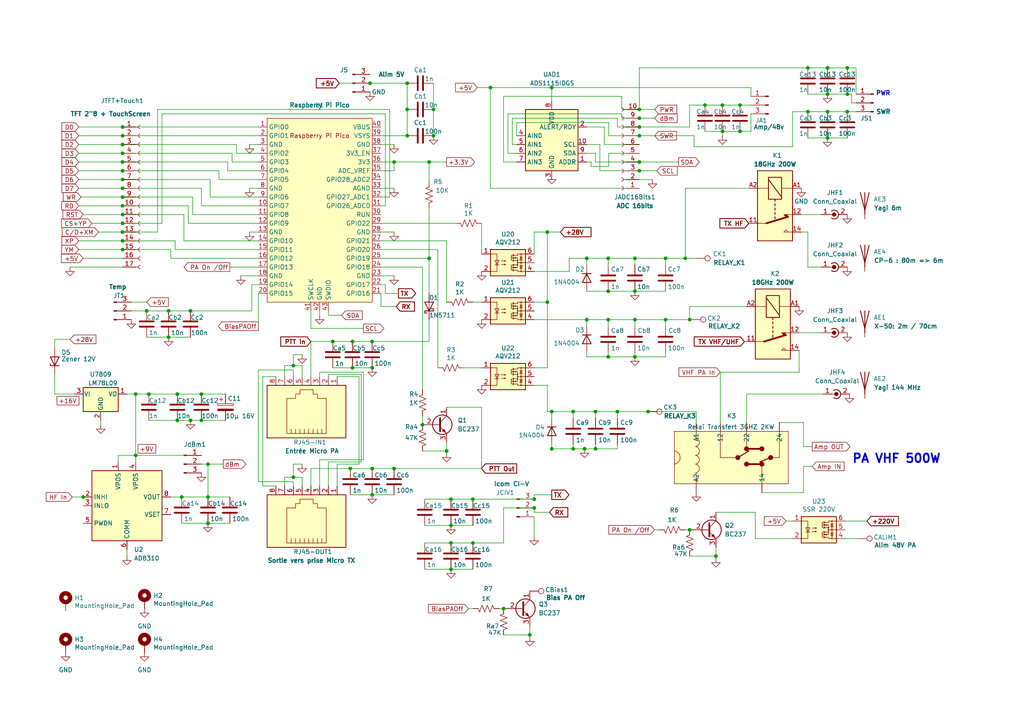
<source format=kicad_sch>
(kicad_sch (version 20211123) (generator eeschema)
  (paper "A4")
  (title_block (title "Commutateur Antennes et Ampli VHF 500W") (date "2023-09-14") (rev "1.3") (company "F4LAA (Christian ALLEGRE)"))
  (junction (at 170.18 92.71))
  (junction (at 170.18 74.93))
  (junction (at 35.56 52.07))
  (junction (at 118.11 39.37))
  (junction (at 85.09 138.43))
  (junction (at 160.02 119.38))
  (junction (at 96.52 99.06))
  (junction (at 35.56 69.85))
  (junction (at 42.545 90.17))
  (junction (at 35.56 57.15))
  (junction (at 245.745 27.305))
  (junction (at 184.15 74.93))
  (junction (at 153.67 184.15))
  (junction (at 185.42 36.83))
  (junction (at 60.325 151.765))
  (junction (at 142.24 25.4))
  (junction (at 160.02 25.4))
  (junction (at 35.56 62.23))
  (junction (at 125.73 39.37))
  (junction (at 122.555 123.19))
  (junction (at 179.07 119.38))
  (junction (at 58.42 121.92))
  (junction (at 245.745 19.685))
  (junction (at 184.15 103.505))
  (junction (at 39.37 114.3))
  (junction (at 60.325 134.62))
  (junction (at 35.56 67.31))
  (junction (at 114.3 46.99))
  (junction (at 158.75 67.31))
  (junction (at 107.95 106.68))
  (junction (at 35.56 44.45))
  (junction (at 158.75 87.63))
  (junction (at 245.745 32.385))
  (junction (at 234.315 19.685))
  (junction (at 172.72 119.38))
  (junction (at 160.02 130.175))
  (junction (at 52.705 144.145))
  (junction (at 102.235 99.06))
  (junction (at 130.81 152.4))
  (junction (at 130.81 144.78))
  (junction (at 130.81 165.1))
  (junction (at 101.6 135.89))
  (junction (at 172.72 130.175))
  (junction (at 185.42 31.75))
  (junction (at 43.18 114.3))
  (junction (at 51.435 114.3))
  (junction (at 176.403 103.505))
  (junction (at 118.11 24.13))
  (junction (at 240.03 27.305))
  (junction (at 114.3 135.89))
  (junction (at 55.245 90.17))
  (junction (at 107.95 99.06))
  (junction (at 130.81 157.48))
  (junction (at 169.545 130.175))
  (junction (at 124.46 46.99))
  (junction (at 214.63 38.1))
  (junction (at 185.42 34.29))
  (junction (at 102.235 106.68))
  (junction (at 35.56 41.91))
  (junction (at 184.15 84.455))
  (junction (at 35.56 39.37))
  (junction (at 60.325 144.145))
  (junction (at 85.09 106.045))
  (junction (at 209.55 38.1))
  (junction (at 166.243 130.175))
  (junction (at 48.895 97.79))
  (junction (at 185.42 39.37))
  (junction (at 240.03 40.005))
  (junction (at 193.04 92.71))
  (junction (at 146.05 176.53))
  (junction (at 58.42 114.3))
  (junction (at 35.56 59.69))
  (junction (at 55.245 121.92))
  (junction (at 184.15 92.71))
  (junction (at 176.403 84.455))
  (junction (at 35.56 46.99))
  (junction (at 39.37 132.08))
  (junction (at 209.55 30.48))
  (junction (at 129.54 130.81))
  (junction (at 240.03 32.385))
  (junction (at 107.315 24.13))
  (junction (at 35.56 54.61))
  (junction (at 125.73 31.75))
  (junction (at 35.56 72.39))
  (junction (at 48.895 90.17))
  (junction (at 200.025 153.67))
  (junction (at 154.94 144.78))
  (junction (at 207.645 161.29))
  (junction (at 35.56 36.83))
  (junction (at 200.025 92.71))
  (junction (at 51.435 121.92))
  (junction (at 166.243 119.38))
  (junction (at 185.42 46.99))
  (junction (at 193.04 74.93))
  (junction (at 107.95 135.89))
  (junction (at 214.63 30.48))
  (junction (at 107.95 143.51))
  (junction (at 35.56 64.77))
  (junction (at 137.16 144.78))
  (junction (at 118.11 31.75))
  (junction (at 124.46 74.93))
  (junction (at 240.03 19.685))
  (junction (at 176.403 74.93))
  (junction (at 176.403 92.71))
  (junction (at 234.315 32.385))
  (junction (at 137.16 157.48))
  (junction (at 185.42 49.53))
  (junction (at 35.56 49.53))
  (junction (at 154.94 147.32))
  (junction (at 198.755 74.93))
  (junction (at 187.96 119.38))
  (junction (at 204.47 30.48))
  (junction (at 24.13 144.145))
  (wire (pts (xy 107.95 99.06) (xy 124.46 99.06)))
  (wire (pts (xy 110.49 82.55) (xy 111.76 82.55)))
  (wire (pts (xy 60.325 151.765) (xy 66.675 151.765)))
  (wire (pts (xy 137.16 144.78) (xy 154.94 144.78)))
  (wire (pts (xy 154.94 78.74) (xy 165.1 78.74)))
  (wire (pts (xy 154.94 147.32) (xy 154.94 148.59)))
  (wire (pts (xy 198.755 74.93) (xy 198.755 54.61)))
  (wire (pts (xy 154.94 67.31) (xy 154.94 73.66)))
  (wire (pts (xy 130.81 157.48) (xy 137.16 157.48)))
  (wire (pts (xy 107.315 24.13) (xy 118.11 24.13)))
  (wire (pts (xy 134.62 106.68) (xy 139.7 106.68)))
  (wire (pts (xy 107.95 143.51) (xy 114.3 143.51)))
  (wire (pts (xy 170.18 74.93) (xy 176.403 74.93)))
  (wire (pts (xy 104.775 133.985) (xy 95.25 133.985)))
  (wire (pts (xy 245.11 156.21) (xy 248.92 156.21)))
  (wire (pts (xy 180.34 27.94) (xy 146.05 27.94)))
  (wire (pts (xy 92.71 91.44) (xy 92.71 90.17)))
  (wire (pts (xy 28.575 67.31) (xy 35.56 67.31)))
  (wire (pts (xy 138.43 25.4) (xy 142.24 25.4)))
  (wire (pts (xy 187.96 119.38) (xy 201.93 119.38)))
  (wire (pts (xy 35.56 57.15) (xy 55.88 57.15)))
  (wire (pts (xy 90.17 99.06) (xy 96.52 99.06)))
  (wire (pts (xy 82.55 138.43) (xy 85.09 138.43)))
  (wire (pts (xy 111.76 33.02) (xy 111.76 59.69)))
  (wire (pts (xy 82.55 138.43) (xy 82.55 140.97)))
  (wire (pts (xy 229.87 42.545) (xy 229.87 32.385)))
  (wire (pts (xy 226.06 122.555) (xy 233.045 122.555)))
  (wire (pts (xy 245.745 32.385) (xy 248.285 32.385)))
  (wire (pts (xy 110.49 80.01) (xy 114.3 80.01)))
  (wire (pts (xy 170.18 44.45) (xy 172.72 44.45)))
  (wire (pts (xy 85.09 139.7) (xy 85.09 140.97)))
  (wire (pts (xy 104.14 134.62) (xy 97.79 134.62)))
  (wire (pts (xy 20.955 144.145) (xy 24.13 144.145)))
  (wire (pts (xy 137.16 176.53) (xy 135.89 176.53)))
  (wire (pts (xy 196.85 46.99) (xy 185.42 46.99)))
  (wire (pts (xy 160.02 25.4) (xy 217.805 25.4)))
  (wire (pts (xy 129.54 69.85) (xy 129.54 87.63)))
  (wire (pts (xy 60.325 144.145) (xy 66.675 144.145)))
  (wire (pts (xy 172.72 119.38) (xy 172.72 121.285)))
  (wire (pts (xy 166.243 119.38) (xy 172.72 119.38)))
  (wire (pts (xy 58.42 134.62) (xy 60.325 134.62)))
  (wire (pts (xy 35.56 69.85) (xy 50.8 69.85)))
  (wire (pts (xy 35.56 44.45) (xy 67.31 44.45)))
  (wire (pts (xy 15.875 114.3) (xy 21.59 114.3)))
  (wire (pts (xy 149.86 35.56) (xy 149.86 39.37)))
  (wire (pts (xy 111.76 85.09) (xy 115.57 85.09)))
  (wire (pts (xy 35.56 52.07) (xy 60.96 52.07)))
  (wire (pts (xy 154.94 67.31) (xy 158.75 67.31)))
  (wire (pts (xy 172.72 119.38) (xy 179.07 119.38)))
  (wire (pts (xy 172.72 44.45) (xy 172.72 46.99)))
  (wire (pts (xy 50.8 72.39) (xy 74.93 72.39)))
  (wire (pts (xy 176.403 74.93) (xy 184.15 74.93)))
  (wire (pts (xy 137.16 157.48) (xy 146.05 157.48)))
  (wire (pts (xy 184.15 92.71) (xy 184.15 94.615)))
  (wire (pts (xy 58.42 114.3) (xy 65.405 114.3)))
  (wire (pts (xy 170.18 41.91) (xy 173.99 41.91)))
  (wire (pts (xy 125.73 31.75) (xy 125.73 39.37)))
  (wire (pts (xy 22.86 39.37) (xy 35.56 39.37)))
  (wire (pts (xy 66.675 77.47) (xy 74.93 77.47)))
  (wire (pts (xy 158.75 87.63) (xy 158.75 106.68)))
  (wire (pts (xy 139.7 118.11) (xy 139.7 135.89)))
  (wire (pts (xy 184.15 92.71) (xy 193.04 92.71)))
  (wire (pts (xy 97.79 109.22) (xy 104.14 109.22)))
  (wire (pts (xy 185.42 52.07) (xy 189.23 52.07)))
  (wire (pts (xy 172.72 130.175) (xy 179.07 130.175)))
  (wire (pts (xy 110.49 77.47) (xy 122.555 77.47)))
  (wire (pts (xy 153.67 181.61) (xy 153.67 184.15)))
  (wire (pts (xy 166.243 119.38) (xy 166.243 121.285)))
  (wire (pts (xy 201.93 74.93) (xy 198.755 74.93)))
  (wire (pts (xy 201.295 42.545) (xy 229.87 42.545)))
  (wire (pts (xy 193.04 103.505) (xy 193.04 102.235)))
  (wire (pts (xy 184.15 84.455) (xy 193.04 84.455)))
  (wire (pts (xy 82.55 109.22) (xy 82.55 106.045)))
  (wire (pts (xy 67.31 44.45) (xy 67.31 46.99)))
  (wire (pts (xy 233.045 135.255) (xy 235.585 135.255)))
  (wire (pts (xy 245.11 151.13) (xy 251.46 151.13)))
  (wire (pts (xy 92.71 133.35) (xy 92.71 140.97)))
  (wire (pts (xy 39.37 114.3) (xy 39.37 132.08)))
  (wire (pts (xy 176.403 84.455) (xy 184.15 84.455)))
  (wire (pts (xy 74.93 36.83) (xy 35.56 36.83)))
  (wire (pts (xy 35.56 59.69) (xy 54.61 59.69)))
  (wire (pts (xy 110.49 39.37) (xy 118.11 39.37)))
  (wire (pts (xy 51.435 121.92) (xy 55.245 121.92)))
  (wire (pts (xy 158.75 87.63) (xy 158.75 67.31)))
  (wire (pts (xy 122.555 77.47) (xy 122.555 113.03)))
  (wire (pts (xy 22.86 41.91) (xy 35.56 41.91)))
  (wire (pts (xy 217.805 38.1) (xy 217.805 33.02)))
  (wire (pts (xy 227.965 151.13) (xy 229.87 151.13)))
  (wire (pts (xy 113.03 31.75) (xy 45.72 31.75)))
  (wire (pts (xy 54.61 64.77) (xy 74.93 64.77)))
  (wire (pts (xy 63.5 49.53) (xy 63.5 52.07)))
  (wire (pts (xy 90.17 99.06) (xy 90.17 109.22)))
  (wire (pts (xy 85.09 109.22) (xy 85.09 107.315)))
  (wire (pts (xy 154.94 87.63) (xy 158.75 87.63)))
  (wire (pts (xy 34.29 132.08) (xy 34.29 133.985)))
  (wire (pts (xy 191.135 153.67) (xy 189.865 153.67)))
  (wire (pts (xy 49.53 72.39) (xy 49.53 74.93)))
  (wire (pts (xy 129.54 131.445) (xy 129.54 130.81)))
  (wire (pts (xy 39.37 132.08) (xy 39.37 133.985)))
  (wire (pts (xy 105.41 133.35) (xy 92.71 133.35)))
  (wire (pts (xy 170.18 103.505) (xy 176.403 103.505)))
  (wire (pts (xy 234.315 32.385) (xy 240.03 32.385)))
  (wire (pts (xy 50.8 69.85) (xy 50.8 72.39)))
  (wire (pts (xy 184.15 74.93) (xy 184.15 76.835)))
  (wire (pts (xy 85.09 107.315) (xy 74.93 107.315)))
  (wire (pts (xy 217.805 27.94) (xy 217.805 25.4)))
  (wire (pts (xy 22.86 46.99) (xy 35.56 46.99)))
  (wire (pts (xy 201.93 119.38) (xy 201.93 122.555)))
  (wire (pts (xy 90.17 95.25) (xy 105.41 95.25)))
  (wire (pts (xy 198.755 54.61) (xy 217.17 54.61)))
  (wire (pts (xy 232.41 62.23) (xy 238.125 62.23)))
  (wire (pts (xy 169.545 130.175) (xy 172.72 130.175)))
  (wire (pts (xy 36.83 159.385) (xy 36.83 161.29)))
  (wire (pts (xy 43.18 121.92) (xy 51.435 121.92)))
  (wire (pts (xy 232.41 67.31) (xy 234.315 67.31)))
  (wire (pts (xy 233.045 129.54) (xy 235.585 129.54)))
  (wire (pts (xy 76.2 140.97) (xy 76.2 109.22)))
  (wire (pts (xy 179.07 119.38) (xy 179.07 121.285)))
  (wire (pts (xy 208.915 107.95) (xy 231.775 107.95)))
  (wire (pts (xy 148.59 34.29) (xy 148.59 41.91)))
  (wire (pts (xy 154.94 149.86) (xy 154.94 155.575)))
  (wire (pts (xy 35.56 46.99) (xy 66.04 46.99)))
  (wire (pts (xy 166.243 130.175) (xy 169.545 130.175)))
  (wire (pts (xy 170.18 84.455) (xy 176.403 84.455)))
  (wire (pts (xy 87.63 138.43) (xy 87.63 140.97)))
  (wire (pts (xy 124.46 85.09) (xy 124.46 74.93)))
  (wire (pts (xy 245.745 19.685) (xy 248.285 19.685)))
  (wire (pts (xy 147.32 33.02) (xy 180.34 33.02)))
  (wire (pts (xy 74.93 44.45) (xy 68.58 44.45)))
  (wire (pts (xy 234.315 77.47) (xy 238.125 77.47)))
  (wire (pts (xy 23.495 57.15) (xy 35.56 57.15)))
  (wire (pts (xy 90.17 140.97) (xy 90.17 135.89)))
  (wire (pts (xy 114.3 46.99) (xy 124.46 46.99)))
  (wire (pts (xy 87.63 134.62) (xy 85.09 134.62)))
  (wire (pts (xy 179.07 119.38) (xy 187.96 119.38)))
  (wire (pts (xy 87.63 102.87) (xy 85.09 102.87)))
  (wire (pts (xy 142.24 25.4) (xy 160.02 25.4)))
  (wire (pts (xy 160.02 25.4) (xy 160.02 29.21)))
  (wire (pts (xy 247.015 29.845) (xy 248.285 29.845)))
  (wire (pts (xy 170.18 92.71) (xy 176.403 92.71)))
  (wire (pts (xy 160.02 130.175) (xy 160.02 128.905)))
  (wire (pts (xy 154.94 106.68) (xy 158.75 106.68)))
  (wire (pts (xy 219.075 148.59) (xy 207.645 148.59)))
  (wire (pts (xy 179.07 34.29) (xy 179.07 36.83)))
  (wire (pts (xy 74.93 41.91) (xy 72.39 41.91)))
  (wire (pts (xy 130.81 144.78) (xy 137.16 144.78)))
  (wire (pts (xy 73.025 90.17) (xy 55.245 90.17)))
  (wire (pts (xy 171.45 48.26) (xy 176.53 48.26)))
  (wire (pts (xy 73.025 82.55) (xy 73.025 90.17)))
  (wire (pts (xy 201.295 42.545) (xy 201.295 39.37)))
  (wire (pts (xy 166.243 130.175) (xy 166.243 128.905)))
  (wire (pts (xy 193.04 92.71) (xy 200.025 92.71)))
  (wire (pts (xy 234.315 40.005) (xy 240.03 40.005)))
  (wire (pts (xy 176.53 48.26) (xy 176.53 44.45)))
  (wire (pts (xy 200.025 88.9) (xy 200.025 92.71)))
  (wire (pts (xy 39.37 132.08) (xy 34.29 132.08)))
  (wire (pts (xy 200.025 30.48) (xy 204.47 30.48)))
  (wire (pts (xy 248.285 19.685) (xy 248.285 27.305)))
  (wire (pts (xy 231.775 107.95) (xy 231.775 101.6)))
  (wire (pts (xy 39.37 114.3) (xy 43.18 114.3)))
  (wire (pts (xy 219.075 156.21) (xy 229.87 156.21)))
  (wire (pts (xy 35.56 54.61) (xy 58.42 54.61)))
  (wire (pts (xy 95.25 109.22) (xy 95.25 108.585)))
  (wire (pts (xy 46.99 33.02) (xy 46.99 64.77)))
  (wire (pts (xy 122.555 120.65) (xy 122.555 123.19)))
  (wire (pts (xy 35.56 72.39) (xy 49.53 72.39)))
  (wire (pts (xy 110.49 69.85) (xy 129.54 69.85)))
  (wire (pts (xy 15.875 98.425) (xy 20.32 98.425)))
  (wire (pts (xy 74.93 94.615) (xy 74.93 85.09)))
  (wire (pts (xy 110.49 59.69) (xy 111.76 59.69)))
  (wire (pts (xy 107.95 143.51) (xy 101.6 143.51)))
  (wire (pts (xy 49.53 144.145) (xy 52.705 144.145)))
  (wire (pts (xy 53.34 62.23) (xy 53.34 69.85)))
  (wire (pts (xy 193.04 74.93) (xy 198.755 74.93)))
  (wire (pts (xy 173.99 49.53) (xy 185.42 49.53)))
  (wire (pts (xy 76.2 109.22) (xy 80.01 109.22)))
  (wire (pts (xy 158.75 119.38) (xy 160.02 119.38)))
  (wire (pts (xy 176.53 35.56) (xy 149.86 35.56)))
  (wire (pts (xy 154.94 143.51) (xy 154.94 144.78)))
  (wire (pts (xy 58.42 121.92) (xy 65.405 121.92)))
  (wire (pts (xy 176.53 44.45) (xy 185.42 44.45)))
  (wire (pts (xy 118.11 31.75) (xy 118.11 39.37)))
  (wire (pts (xy 176.403 92.71) (xy 184.15 92.71)))
  (wire (pts (xy 200.025 161.29) (xy 207.645 161.29)))
  (wire (pts (xy 24.13 62.23) (xy 35.56 62.23)))
  (wire (pts (xy 95.25 90.17) (xy 95.25 91.44)))
  (wire (pts (xy 114.3 135.89) (xy 139.7 135.89)))
  (wire (pts (xy 170.18 94.615) (xy 170.18 92.71)))
  (wire (pts (xy 110.49 64.77) (xy 132.08 64.77)))
  (wire (pts (xy 229.87 32.385) (xy 234.315 32.385)))
  (wire (pts (xy 214.63 38.1) (xy 217.805 38.1)))
  (wire (pts (xy 204.47 30.48) (xy 209.55 30.48)))
  (wire (pts (xy 29.21 123.19) (xy 29.21 121.92)))
  (wire (pts (xy 92.71 109.22) (xy 92.71 107.95)))
  (wire (pts (xy 124.46 46.99) (xy 124.46 52.705)))
  (wire (pts (xy 82.55 106.045) (xy 85.09 106.045)))
  (wire (pts (xy 22.86 54.61) (xy 35.56 54.61)))
  (wire (pts (xy 160.02 130.175) (xy 160.02 130.81)))
  (wire (pts (xy 185.42 31.75) (xy 189.865 31.75)))
  (wire (pts (xy 184.15 74.93) (xy 193.04 74.93)))
  (wire (pts (xy 35.56 41.91) (xy 68.58 41.91)))
  (wire (pts (xy 111.76 82.55) (xy 111.76 85.09)))
  (wire (pts (xy 176.53 39.37) (xy 176.53 35.56)))
  (wire (pts (xy 170.18 46.99) (xy 171.45 46.99)))
  (wire (pts (xy 185.42 39.37) (xy 201.295 39.37)))
  (wire (pts (xy 48.895 97.79) (xy 55.245 97.79)))
  (wire (pts (xy 146.05 184.15) (xy 153.67 184.15)))
  (wire (pts (xy 247.015 27.305) (xy 247.015 29.845)))
  (wire (pts (xy 85.09 134.62) (xy 85.09 138.43)))
  (wire (pts (xy 233.045 135.255) (xy 233.045 142.875)))
  (wire (pts (xy 102.235 99.06) (xy 107.95 99.06)))
  (wire (pts (xy 97.79 134.62) (xy 97.79 140.97)))
  (wire (pts (xy 234.315 27.305) (xy 240.03 27.305)))
  (wire (pts (xy 176.53 39.37) (xy 185.42 39.37)))
  (wire (pts (xy 123.19 152.4) (xy 130.81 152.4)))
  (wire (pts (xy 144.78 176.53) (xy 146.05 176.53)))
  (wire (pts (xy 160.02 119.38) (xy 166.243 119.38)))
  (wire (pts (xy 185.42 36.83) (xy 179.07 36.83)))
  (wire (pts (xy 179.07 130.175) (xy 179.07 128.905)))
  (wire (pts (xy 66.04 46.99) (xy 66.04 49.53)))
  (wire (pts (xy 129.54 118.11) (xy 139.7 118.11)))
  (wire (pts (xy 240.03 19.685) (xy 245.745 19.685)))
  (wire (pts (xy 123.19 157.48) (xy 130.81 157.48)))
  (wire (pts (xy 35.56 67.31) (xy 45.72 67.31)))
  (wire (pts (xy 55.245 121.92) (xy 58.42 121.92)))
  (wire (pts (xy 139.7 64.77) (xy 139.7 73.66)))
  (wire (pts (xy 43.18 114.3) (xy 51.435 114.3)))
  (wire (pts (xy 22.86 69.85) (xy 35.56 69.85)))
  (wire (pts (xy 170.18 76.835) (xy 170.18 74.93)))
  (wire (pts (xy 160.02 130.175) (xy 166.243 130.175)))
  (wire (pts (xy 193.04 92.71) (xy 193.04 94.615)))
  (wire (pts (xy 240.03 32.385) (xy 245.745 32.385)))
  (wire (pts (xy 219.075 156.21) (xy 219.075 148.59)))
  (wire (pts (xy 101.6 135.89) (xy 107.95 135.89)))
  (wire (pts (xy 74.93 54.61) (xy 72.39 54.61)))
  (wire (pts (xy 58.42 132.08) (xy 39.37 132.08)))
  (wire (pts (xy 68.58 41.91) (xy 68.58 44.45)))
  (wire (pts (xy 92.71 107.95) (xy 105.41 107.95)))
  (wire (pts (xy 74.93 82.55) (xy 73.025 82.55)))
  (wire (pts (xy 95.25 108.585) (xy 104.775 108.585)))
  (wire (pts (xy 176.403 103.505) (xy 176.403 102.235)))
  (wire (pts (xy 154.94 111.76) (xy 158.75 111.76)))
  (wire (pts (xy 180.34 31.75) (xy 180.34 27.94)))
  (wire (pts (xy 170.18 36.83) (xy 175.26 36.83)))
  (wire (pts (xy 49.53 74.93) (xy 74.93 74.93)))
  (wire (pts (xy 233.045 122.555) (xy 233.045 129.54)))
  (wire (pts (xy 209.55 39.37) (xy 209.55 38.1)))
  (wire (pts (xy 54.61 59.69) (xy 54.61 64.77)))
  (wire (pts (xy 129.54 130.81) (xy 129.54 128.27)))
  (wire (pts (xy 173.99 41.91) (xy 173.99 49.53)))
  (wire (pts (xy 38.1 87.63) (xy 42.545 87.63)))
  (wire (pts (xy 207.645 158.75) (xy 207.645 161.29)))
  (wire (pts (xy 111.76 33.02) (xy 46.99 33.02)))
  (wire (pts (xy 176.403 74.93) (xy 176.403 76.835)))
  (wire (pts (xy 74.93 52.07) (xy 63.5 52.07)))
  (wire (pts (xy 42.545 97.79) (xy 48.895 97.79)))
  (wire (pts (xy 124.46 92.71) (xy 124.46 99.06)))
  (wire (pts (xy 185.42 19.685) (xy 185.42 31.75)))
  (wire (pts (xy 74.93 46.99) (xy 67.31 46.99)))
  (wire (pts (xy 146.05 46.99) (xy 149.86 46.99)))
  (wire (pts (xy 159.385 148.59) (xy 154.94 148.59)))
  (wire (pts (xy 179.07 34.29) (xy 148.59 34.29)))
  (wire (pts (xy 185.42 34.29) (xy 189.865 34.29)))
  (wire (pts (xy 172.72 46.99) (xy 185.42 46.99)))
  (wire (pts (xy 60.96 52.07) (xy 60.96 57.15)))
  (wire (pts (xy 35.56 39.37) (xy 74.93 39.37)))
  (wire (pts (xy 123.19 144.78) (xy 130.81 144.78)))
  (wire (pts (xy 172.72 130.175) (xy 172.72 128.905)))
  (wire (pts (xy 52.705 151.765) (xy 60.325 151.765)))
  (wire (pts (xy 95.25 91.44) (xy 99.06 91.44)))
  (wire (pts (xy 154.94 143.51) (xy 160.02 143.51)))
  (wire (pts (xy 110.49 49.53) (xy 114.3 49.53)))
  (wire (pts (xy 209.55 38.1) (xy 214.63 38.1)))
  (wire (pts (xy 234.315 19.685) (xy 185.42 19.685)))
  (wire (pts (xy 104.775 108.585) (xy 104.775 133.985)))
  (wire (pts (xy 74.93 80.01) (xy 69.85 80.01)))
  (wire (pts (xy 15.875 98.425) (xy 15.875 100.965)))
  (wire (pts (xy 137.16 87.63) (xy 139.7 87.63)))
  (wire (pts (xy 130.81 165.1) (xy 137.16 165.1)))
  (wire (pts (xy 113.03 57.15) (xy 113.03 31.75)))
  (wire (pts (xy 74.93 139.7) (xy 85.09 139.7)))
  (wire (pts (xy 36.83 114.3) (xy 39.37 114.3)))
  (wire (pts (xy 104.14 109.22) (xy 104.14 134.62)))
  (wire (pts (xy 110.49 88.9) (xy 114.935 88.9)))
  (wire (pts (xy 216.535 99.06) (xy 215.9 99.06)))
  (wire (pts (xy 96.52 106.68) (xy 102.235 106.68)))
  (wire (pts (xy 85.09 106.045) (xy 87.63 106.045)))
  (wire (pts (xy 146.05 157.48) (xy 146.05 147.32)))
  (wire (pts (xy 42.545 90.17) (xy 48.895 90.17)))
  (wire (pts (xy 238.76 114.3) (xy 216.535 114.3)))
  (wire (pts (xy 35.56 64.77) (xy 46.99 64.77)))
  (wire (pts (xy 176.403 92.71) (xy 176.403 94.615)))
  (wire (pts (xy 20.32 77.47) (xy 35.56 77.47)))
  (wire (pts (xy 193.04 74.93) (xy 193.04 76.835)))
  (wire (pts (xy 22.86 72.39) (xy 35.56 72.39)))
  (wire (pts (xy 22.86 36.83) (xy 35.56 36.83)))
  (wire (pts (xy 209.55 30.48) (xy 214.63 30.48)))
  (wire (pts (xy 184.15 103.505) (xy 184.15 102.235)))
  (wire (pts (xy 107.95 106.68) (xy 102.235 106.68)))
  (wire (pts (xy 60.96 57.15) (xy 74.93 57.15)))
  (wire (pts (xy 214.63 30.48) (xy 217.805 30.48)))
  (wire (pts (xy 180.34 31.75) (xy 185.42 31.75)))
  (wire (pts (xy 160.02 50.8) (xy 160.02 52.07)))
  (wire (pts (xy 238.125 96.52) (xy 231.775 96.52)))
  (wire (pts (xy 76.2 140.97) (xy 80.01 140.97)))
  (wire (pts (xy 200.025 36.83) (xy 200.025 30.48)))
  (wire (pts (xy 146.05 27.94) (xy 146.05 46.99)))
  (wire (pts (xy 147.32 44.45) (xy 147.32 33.02)))
  (wire (pts (xy 22.86 59.69) (xy 35.56 59.69)))
  (wire (pts (xy 110.49 74.93) (xy 124.46 74.93)))
  (wire (pts (xy 87.63 109.22) (xy 87.63 106.045)))
  (wire (pts (xy 200.025 88.9) (xy 216.535 88.9)))
  (wire (pts (xy 124.46 60.325) (xy 124.46 74.93)))
  (wire (pts (xy 122.555 130.81) (xy 129.54 130.81)))
  (wire (pts (xy 207.645 161.29) (xy 207.645 161.925)))
  (wire (pts (xy 35.56 62.23) (xy 53.34 62.23)))
  (wire (pts (xy 142.24 54.61) (xy 185.42 54.61)))
  (wire (pts (xy 165.1 74.93) (xy 170.18 74.93)))
  (wire (pts (xy 153.67 184.15) (xy 153.67 184.785)))
  (wire (pts (xy 240.03 27.305) (xy 245.745 27.305)))
  (wire (pts (xy 165.1 78.74) (xy 165.1 74.93)))
  (wire (pts (xy 96.52 99.06) (xy 102.235 99.06)))
  (wire (pts (xy 123.19 165.1) (xy 130.81 165.1)))
  (wire (pts (xy 124.46 46.99) (xy 129.54 46.99)))
  (wire (pts (xy 60.325 144.145) (xy 60.325 134.62)))
  (wire (pts (xy 175.26 41.91) (xy 185.42 41.91)))
  (wire (pts (xy 74.93 107.315) (xy 74.93 139.7)))
  (wire (pts (xy 110.49 57.15) (xy 113.03 57.15)))
  (wire (pts (xy 90.17 90.17) (xy 90.17 95.25)))
  (wire (pts (xy 176.403 103.505) (xy 184.15 103.505)))
  (wire (pts (xy 240.03 40.005) (xy 245.745 40.005)))
  (wire (pts (xy 22.86 49.53) (xy 35.56 49.53)))
  (wire (pts (xy 114.3 46.99) (xy 114.3 49.53)))
  (wire (pts (xy 110.49 46.99) (xy 114.3 46.99)))
  (wire (pts (xy 85.09 138.43) (xy 87.63 138.43)))
  (wire (pts (xy 48.895 90.17) (xy 55.245 90.17)))
  (wire (pts (xy 110.49 85.09) (xy 110.49 88.9)))
  (wire (pts (xy 105.41 107.95) (xy 105.41 133.35)))
  (wire (pts (xy 170.18 103.505) (xy 170.18 102.235)))
  (wire (pts (xy 184.15 103.505) (xy 193.04 103.505)))
  (wire (pts (xy 125.73 24.13) (xy 125.73 31.75)))
  (wire (pts (xy 58.42 54.61) (xy 58.42 59.69)))
  (wire (pts (xy 22.86 52.07) (xy 35.56 52.07)))
  (wire (pts (xy 55.88 62.23) (xy 74.93 62.23)))
  (wire (pts (xy 110.49 54.61) (xy 114.3 54.61)))
  (wire (pts (xy 110.49 41.91) (xy 114.3 41.91)))
  (wire (pts (xy 122.555 123.19) (xy 121.92 123.19)))
  (wire (pts (xy 127 72.39) (xy 127 106.68)))
  (wire (pts (xy 200.66 92.71) (xy 200.025 92.71)))
  (wire (pts (xy 55.88 57.15) (xy 55.88 62.23)))
  (wire (pts (xy 146.05 147.32) (xy 154.94 147.32)))
  (wire (pts (xy 171.45 46.99) (xy 171.45 48.26)))
  (wire (pts (xy 208.915 107.95) (xy 208.915 122.555)))
  (wire (pts (xy 198.755 153.67) (xy 200.025 153.67)))
  (wire (pts (xy 180.34 33.02) (xy 180.34 34.29)))
  (wire (pts (xy 185.42 36.83) (xy 200.025 36.83)))
  (wire (pts (xy 110.49 72.39) (xy 127 72.39)))
  (wire (pts (xy 45.72 31.75) (xy 45.72 67.31)))
  (wire (pts (xy 247.015 27.305) (xy 245.745 27.305)))
  (wire (pts (xy 204.47 38.1) (xy 209.55 38.1)))
  (wire (pts (xy 110.49 67.31) (xy 114.3 67.31)))
  (wire (pts (xy 158.75 111.76) (xy 158.75 119.38)))
  (wire (pts (xy 74.93 67.31) (xy 72.39 67.31)))
  (wire (pts (xy 95.25 133.985) (xy 95.25 140.97)))
  (wire (pts (xy 107.95 135.89) (xy 114.3 135.89)))
  (wire (pts (xy 26.67 64.77) (xy 35.56 64.77)))
  (wire (pts (xy 35.56 49.53) (xy 63.5 49.53)))
  (wire (pts (xy 60.325 134.62) (xy 64.77 134.62)))
  (wire (pts (xy 175.26 36.83) (xy 175.26 41.91)))
  (wire (pts (xy 148.59 41.91) (xy 149.86 41.91)))
  (wire (pts (xy 85.09 102.87) (xy 85.09 106.045)))
  (wire (pts (xy 38.1 90.17) (xy 42.545 90.17)))
  (wire (pts (xy 142.24 25.4) (xy 142.24 54.61)))
  (wire (pts (xy 15.875 108.585) (xy 15.875 114.3)))
  (wire (pts (xy 90.17 135.89) (xy 101.6 135.89)))
  (wire (pts (xy 160.02 119.38) (xy 160.02 121.285)))
  (wire (pts (xy 216.535 114.3) (xy 216.535 122.555)))
  (wire (pts (xy 53.34 69.85) (xy 74.93 69.85)))
  (wire (pts (xy 118.11 24.13) (xy 118.11 31.75)))
  (wire (pts (xy 74.93 49.53) (xy 66.04 49.53)))
  (wire (pts (xy 190.5 49.53) (xy 185.42 49.53)))
  (wire (pts (xy 149.86 44.45) (xy 147.32 44.45)))
  (wire (pts (xy 52.705 144.145) (xy 60.325 144.145)))
  (wire (pts (xy 98.425 24.13) (xy 107.315 24.13)))
  (wire (pts (xy 130.81 152.4) (xy 137.16 152.4)))
  (wire (pts (xy 58.42 59.69) (xy 74.93 59.69)))
  (wire (pts (xy 24.13 144.145) (xy 24.765 144.145)))
  (wire (pts (xy 154.94 92.71) (xy 170.18 92.71)))
  (wire (pts (xy 234.315 19.685) (xy 240.03 19.685)))
  (wire (pts (xy 180.34 34.29) (xy 185.42 34.29)))
  (wire (pts (xy 233.045 142.875) (xy 220.98 142.875)))
  (wire (pts (xy 234.315 67.31) (xy 234.315 77.47)))
  (wire (pts (xy 51.435 114.3) (xy 58.42 114.3)))
  (wire (pts (xy 22.86 44.45) (xy 35.56 44.45)))
  (wire (pts (xy 162.56 67.31) (xy 158.75 67.31)))
  (wire (pts (xy 24.13 74.93) (xy 35.56 74.93)))
  (text "PWR" (at 254 27.94 0) (effects (font (size 1.27 1.27) (thickness 0.254) bold) (justify left bottom)))
  (text "PA VHF 500W" (at 247.015 134.62 0) (effects (font (size 2.5 2.5) (thickness 0.5) bold) (justify left bottom)))
  (global_label "D2" (shape input) (at 22.86 41.91 180) (property "Intersheet References" "${INTERSHEET_REFS}" (effects hide)))
  (global_label "D1" (shape input) (at 22.86 39.37 180) (property "Intersheet References" "${INTERSHEET_REFS}" (effects hide)))
  (global_label "PTT In" (shape input) (at 90.17 99.06 180) (effects (font (thickness 0.254) bold)) (property "Intersheet References" "${INTERSHEET_REFS}" (effects hide)))
  (global_label "D3" (shape input) (at 22.86 44.45 180) (property "Intersheet References" "${INTERSHEET_REFS}" (effects hide)))
  (global_label "XP" (shape input) (at 22.86 69.85 180) (property "Intersheet References" "${INTERSHEET_REFS}" (effects hide)))
  (global_label "YM" (shape input) (at 22.86 72.39 180) (property "Intersheet References" "${INTERSHEET_REFS}" (effects hide)))
  (global_label "+5V" (shape input) (at 42.545 87.63 0) (property "Intersheet References" "${INTERSHEET_REFS}" (effects hide)))
  (global_label "WR" (shape input) (at 23.495 57.15 180) (property "Intersheet References" "${INTERSHEET_REFS}" (effects hide)))
  (global_label "+220V" (shape input) (at 251.46 151.13 0) (effects (font (thickness 0.254) bold)) (property "Intersheet References" "${INTERSHEET_REFS}" (effects hide)))
  (global_label "SDA" (shape input) (at 99.06 91.44 0) (property "Intersheet References" "${INTERSHEET_REFS}" (effects hide)))
  (global_label "+28V" (shape input) (at 20.32 98.425 0) (property "Intersheet References" "${INTERSHEET_REFS}" (effects hide)))
  (global_label "D4" (shape input) (at 22.86 46.99 180) (property "Intersheet References" "${INTERSHEET_REFS}" (effects hide)))
  (global_label "dBm" (shape input) (at 189.865 34.29 0) (property "Intersheet References" "${INTERSHEET_REFS}" (effects hide)))
  (global_label "+5V" (shape input) (at 138.43 25.4 180) (property "Intersheet References" "${INTERSHEET_REFS}" (effects hide)))
  (global_label "RX" (shape input) (at 114.935 88.9 0) (effects (font (thickness 0.254) bold)) (property "Intersheet References" "${INTERSHEET_REFS}" (effects hide)))
  (global_label "+28V " (shape input) (at 162.56 67.31 0) (effects (font (thickness 0.254) bold)) (property "Intersheet References" "${INTERSHEET_REFS}" (effects hide)))
  (global_label "SCL" (shape output) (at 105.41 95.25 0) (property "Intersheet References" "${INTERSHEET_REFS}" (effects hide)))
  (global_label "PA On {slash}Off" (shape input) (at 189.865 153.67 180) (property "Intersheet References" "${INTERSHEET_REFS}" (effects hide)))
  (global_label "+5V" (shape input) (at 227.965 151.13 180) (property "Intersheet References" "${INTERSHEET_REFS}" (effects hide)))
  (global_label "+9V" (shape passive) (at 40.005 130.175 0) (property "Intersheet References" "${INTERSHEET_REFS}" (effects hide)))
  (global_label "VHF PA In" (shape input) (at 208.915 107.95 180) (property "Intersheet References" "${INTERSHEET_REFS}" (effects hide)))
  (global_label "SCL" (shape input) (at 190.5 49.53 0) (property "Intersheet References" "${INTERSHEET_REFS}" (effects hide)))
  (global_label "D5" (shape input) (at 22.86 49.53 180) (property "Intersheet References" "${INTERSHEET_REFS}" (effects hide)))
  (global_label "+5V" (shape input) (at 98.425 24.13 180) (effects (font (thickness 0.254) bold)) (property "Intersheet References" "${INTERSHEET_REFS}" (effects hide)))
  (global_label "Amp IN" (shape input) (at 235.585 135.255 0) (property "Intersheet References" "${INTERSHEET_REFS}" (effects hide)))
  (global_label "dBm" (shape output) (at 64.77 134.62 0) (property "Intersheet References" "${INTERSHEET_REFS}" (effects hide)))
  (global_label "+16V" (shape passive) (at 16.51 116.205 0) (property "Intersheet References" "${INTERSHEET_REFS}" (effects hide)))
  (global_label "BiasPAOff" (shape input) (at 135.89 176.53 180) (property "Intersheet References" "${INTERSHEET_REFS}" (effects hide)))
  (global_label "+3.3V" (shape output) (at 129.54 46.99 0) (property "Intersheet References" "${INTERSHEET_REFS}" (effects hide)))
  (global_label "TX" (shape output) (at 160.02 143.51 0) (effects (font (thickness 0.254) bold)) (property "Intersheet References" "${INTERSHEET_REFS}" (effects hide)))
  (global_label "PWR" (shape input) (at 189.865 31.75 0) (property "Intersheet References" "${INTERSHEET_REFS}" (effects hide)))
  (global_label "TX" (shape output) (at 115.57 85.09 0) (effects (font (thickness 0.254) bold)) (property "Intersheet References" "${INTERSHEET_REFS}" (effects hide)))
  (global_label "RD" (shape input) (at 22.86 59.69 180) (property "Intersheet References" "${INTERSHEET_REFS}" (effects hide)))
  (global_label "PTT Out" (shape output) (at 149.86 135.89 180) (effects (font (thickness 0.254) bold)) (property "Intersheet References" "${INTERSHEET_REFS}" (effects hide)))
  (global_label "BiasPAOff" (shape output) (at 74.93 94.615 180) (property "Intersheet References" "${INTERSHEET_REFS}" (effects hide)))
  (global_label "SWR" (shape input) (at 189.865 39.37 0) (property "Intersheet References" "${INTERSHEET_REFS}" (effects hide)))
  (global_label "HF In" (shape input) (at 20.955 144.145 180) (property "Intersheet References" "${INTERSHEET_REFS}" (effects hide)))
  (global_label "TX VHF{slash}UHF" (shape input) (at 215.9 99.06 180) (effects (font (thickness 0.254) bold)) (property "Intersheet References" "${INTERSHEET_REFS}" (effects hide)))
  (global_label "C{slash}D+XM" (shape input) (at 28.575 67.31 180) (property "Intersheet References" "${INTERSHEET_REFS}" (effects hide)))
  (global_label "D7" (shape input) (at 22.86 54.61 180) (property "Intersheet References" "${INTERSHEET_REFS}" (effects hide)))
  (global_label "TX HF" (shape input) (at 217.17 64.77 180) (effects (font (thickness 0.254) bold)) (property "Intersheet References" "${INTERSHEET_REFS}" (effects hide)))
  (global_label "SDA" (shape output) (at 196.85 46.99 0) (property "Intersheet References" "${INTERSHEET_REFS}" (effects hide)))
  (global_label "D0" (shape input) (at 22.86 36.83 180) (property "Intersheet References" "${INTERSHEET_REFS}" (effects hide)))
  (global_label "+5V" (shape input) (at 24.13 74.93 180) (property "Intersheet References" "${INTERSHEET_REFS}" (effects hide)))
  (global_label "RX" (shape input) (at 159.385 148.59 0) (effects (font (thickness 0.254) bold)) (property "Intersheet References" "${INTERSHEET_REFS}" (effects hide)))
  (global_label "D6" (shape input) (at 22.86 52.07 180) (property "Intersheet References" "${INTERSHEET_REFS}" (effects hide)))
  (global_label "RST" (shape input) (at 24.13 62.23 180) (property "Intersheet References" "${INTERSHEET_REFS}" (effects hide)))
  (global_label "Amp OUT" (shape output) (at 235.585 129.54 0) (property "Intersheet References" "${INTERSHEET_REFS}" (effects hide)))
  (global_label "CS+YP" (shape input) (at 26.67 64.77 180) (property "Intersheet References" "${INTERSHEET_REFS}" (effects hide)))
  (global_label "PA On {slash}Off" (shape output) (at 66.675 77.47 180) (property "Intersheet References" "${INTERSHEET_REFS}" (effects hide)))
  (symbol (lib_id "Device:C") (at 240.03 36.195 0) (unit 1)
    (property "Reference" "Cb3" (at 237.49 34.29 0) (effects (justify left)))
    (property "Value" "10n" (at 237.49 38.735 0) (effects (justify left)))
    (property "Footprint" "Capacitor_THT:C_Disc_D4.7mm_W2.5mm_P5.00mm" (effects hide))
  )
  (symbol (lib_id "Device:C") (at 176.403 80.645 0) (unit 1)
    (property "Reference" "Ca7" (at 177.165 78.105 0) (effects (justify left)))
    (property "Value" "1n" (at 177.165 83.185 0) (effects (justify left)))
    (property "Footprint" "Capacitor_THT:C_Disc_D4.7mm_W2.5mm_P5.00mm" (effects hide))
  )
  (symbol (lib_id "Mechanical:MountingHole_Pad") (at 19.05 174.625 0) (unit 1)
    (property "Reference" "H1" (at 21.59 173.3804 0) (effects (justify left)))
    (property "Value" "MountingHole_Pad" (at 21.59 175.6918 0) (effects (justify left)))
    (property "Footprint" "MountingHole:MountingHole_3.2mm_M3_ISO7380_Pad" (effects hide))
  )
  (symbol (lib_id "Device:C") (at 176.403 98.425 0) (unit 1)
    (property "Reference" "Ca8" (at 177.165 95.885 0) (effects (justify left)))
    (property "Value" "1n" (at 177.165 100.965 0) (effects (justify left)))
    (property "Footprint" "Capacitor_THT:C_Disc_D4.7mm_W2.5mm_P5.00mm" (effects hide))
  )
  (symbol (lib_id "Device:C") (at 123.19 161.29 0) (unit 1)
    (property "Reference" "Ca16" (at 123.19 159.385 0) (effects (justify left)))
    (property "Value" "1n" (at 123.825 163.83 0) (effects (justify left)))
    (property "Footprint" "Capacitor_THT:C_Disc_D4.7mm_W2.5mm_P5.00mm" (effects hide))
  )
  (symbol (lib_id "power:GND") (at 60.325 151.765 0) (unit 1)
    (property "Reference" "#PWR0140" (effects hide))
    (property "Value" "GND" (effects hide))
  )
  (symbol (lib_id "Device:C") (at 60.325 147.955 0) (unit 1)
    (property "Reference" "Cb14" (at 60.325 146.05 0) (effects (justify left)))
    (property "Value" "10n" (at 60.96 150.495 0) (effects (justify left)))
    (property "Footprint" "Capacitor_THT:C_Disc_D4.7mm_W2.5mm_P5.00mm" (effects hide))
  )
  (symbol (lib_id "Connector:Conn_01x10_Female") (at 180.34 44.45 180) (unit 1)
    (property "Reference" "JADC16Bits1" (at 184.15 57.15 0))
    (property "Value" "ADC 16bits" (at 184.15 59.69 0) (effects (font bold)))
  )
  (symbol (lib_id "Device:C") (at 66.675 147.955 0) (unit 1)
    (property "Reference" "Cc14" (at 66.675 146.05 0) (effects (justify left)))
    (property "Value" "100n" (at 67.31 150.495 0) (effects (justify left)))
    (property "Footprint" "Capacitor_THT:C_Disc_D4.7mm_W2.5mm_P5.00mm" (effects hide))
  )
  (symbol (lib_id "Mechanical:MountingHole_Pad") (at 41.91 186.69 0) (unit 1)
    (property "Reference" "H4" (at 44.45 185.4454 0) (effects (justify left)))
    (property "Value" "MountingHole_Pad" (at 44.45 187.7568 0) (effects (justify left)))
    (property "Footprint" "MountingHole:MountingHole_3.2mm_M3_ISO7380_Pad" (effects hide))
  )
  (symbol (lib_id "Device:R_US") (at 146.05 180.34 0) (mirror x) (unit 1)
    (property "Reference" "Ra7" (at 142.875 181.61 0))
    (property "Value" "47K" (at 143.51 183.515 0))
    (property "Footprint" "Resistor_THT:R_Axial_DIN0309_L9.0mm_D3.2mm_P12.70mm_Horizontal" (effects hide))
  )
  (symbol (lib_id "Device:C") (at 96.52 102.87 0) (unit 1)
    (property "Reference" "Ca5" (at 96.52 100.965 0) (effects (justify left)))
    (property "Value" "1n" (at 97.155 105.41 0) (effects (justify left)))
    (property "Footprint" "Capacitor_THT:C_Disc_D4.7mm_W2.5mm_P5.00mm" (effects hide))
  )
  (symbol (lib_id "Connector:RJ45") (at 90.17 151.13 90) (unit 1)
    (property "Reference" "RJ45-OUT1" (at 85.09 160.02 90) (effects (justify right)))
    (property "Value" "Sortie vers prise Micro TX" (at 77.47 162.56 90) (effects (font bold) (justify right)))
  )
  (symbol (lib_id "Device:C") (at 43.18 118.11 0) (unit 1)
    (property "Reference" "Ca12" (at 43.18 116.205 0) (effects (justify left)))
    (property "Value" "1n" (at 43.18 120.65 0) (effects (justify left)))
    (property "Footprint" "Capacitor_THT:C_Disc_D4.7mm_W2.5mm_P5.00mm" (effects hide))
  )
  (symbol (lib_id "Device:C") (at 58.42 118.11 0) (unit 1)
    (property "Reference" "Cc12" (at 58.42 116.205 0) (effects (justify left)))
    (property "Value" "100n" (at 58.42 120.65 0) (effects (justify left)))
    (property "Footprint" "Capacitor_THT:C_Disc_D4.7mm_W2.5mm_P5.00mm" (effects hide))
  )
  (symbol (lib_id "Mechanical:MountingHole_Pad") (at 41.91 173.99 0) (unit 1)
    (property "Reference" "H2" (at 44.45 172.7454 0) (effects (justify left)))
    (property "Value" "MountingHole_Pad" (at 44.45 175.0568 0) (effects (justify left)))
    (property "Footprint" "MountingHole:MountingHole_3.2mm_M3_ISO7380_Pad" (effects hide))
  )
  (symbol (lib_id "power:GND") (at 41.91 176.53 0) (unit 1)
    (property "Reference" "#PWR0112" (effects hide))
    (property "Value" "GND" (at 41.91 181.61 0))
  )
  (symbol (lib_id "Device:R_US") (at 122.555 127 0) (mirror x) (unit 1)
    (property "Reference" "Ra4" (at 119.38 123.825 0))
    (property "Value" "47K" (at 119.38 127 0))
    (property "Footprint" "Resistor_THT:R_Axial_DIN0309_L9.0mm_D3.2mm_P12.70mm_Horizontal" (effects hide))
  )
  (symbol (lib_id "Device:C") (at 193.04 98.425 0) (unit 1)
    (property "Reference" "Cc8" (at 193.802 95.885 0) (effects (justify left)))
    (property "Value" "100n" (at 193.675 100.965 0) (effects (justify left)))
    (property "Footprint" "Capacitor_THT:C_Disc_D4.7mm_W2.5mm_P5.00mm" (effects hide))
  )
  (symbol (lib_id "Device:C") (at 179.07 125.095 0) (unit 1)
    (property "Reference" "Cc9" (at 179.832 122.555 0) (effects (justify left)))
    (property "Value" "100n" (at 179.832 127.635 0) (effects (justify left)))
    (property "Footprint" "Capacitor_THT:C_Disc_D4.7mm_W2.5mm_P5.00mm" (effects hide))
  )
  (symbol (lib_id "Device:C") (at 245.745 36.195 0) (unit 1)
    (property "Reference" "Cc3" (at 243.205 34.29 0) (effects (justify left)))
    (property "Value" "100n" (at 243.205 38.735 0) (effects (justify left)))
    (property "Footprint" "Capacitor_THT:C_Disc_D4.7mm_W2.5mm_P5.00mm" (effects hide))
  )
  (symbol (lib_id "Device:R_US") (at 124.46 56.515 0) (mirror x) (unit 1)
    (property "Reference" "R5" (at 127 52.705 0))
    (property "Value" "10K" (at 128.27 55.245 0))
    (property "Footprint" "Resistor_THT:R_Axial_DIN0309_L9.0mm_D3.2mm_P12.70mm_Horizontal" (effects hide))
  )
  (symbol (lib_id "Device:C") (at 107.95 139.7 0) (unit 1)
    (property "Reference" "Cb6" (at 108.585 137.795 0) (effects (justify left)))
    (property "Value" "10n" (at 108.585 142.24 0) (effects (justify left)))
    (property "Footprint" "Capacitor_THT:C_Disc_D4.7mm_W2.5mm_P5.00mm" (effects hide))
  )
  (symbol (lib_id "Analog_ADC:ADS1115IDGS") (at 160.02 41.91 0) (unit 1)
    (property "Reference" "UAD1" (at 157.48 21.59 0) (effects (justify left)))
    (property "Value" "ADS1115IDGS" (at 153.67 24.13 0) (effects (justify left)))
    (property "Footprint" "Package_SO:TSSOP-10_3x3mm_P0.5mm" (effects hide))
    (property "Datasheet" "http://www.ti.com/lit/ds/symlink/ads1113.pdf" (effects hide))
  )
  (symbol (lib_id "Device:C") (at 101.6 139.7 0) (unit 1)
    (property "Reference" "Ca6" (at 102.235 137.795 0) (effects (justify left)))
    (property "Value" "1n" (at 102.235 142.24 0) (effects (justify left)))
    (property "Footprint" "Capacitor_THT:C_Disc_D4.7mm_W2.5mm_P5.00mm" (effects hide))
  )
  (symbol (lib_id "power:GND") (at 125.73 39.37 0) (mirror y) (unit 1)
    (property "Reference" "#PWR0125" (effects hide))
    (property "Value" "GND" (effects hide))
  )
  (symbol (lib_id "power:GND") (at 114.3 54.61 0) (mirror y) (unit 1)
    (property "Reference" "#PWR0110" (effects hide))
    (property "Value" "GND" (effects hide))
  )
  (symbol (lib_id "power:GND") (at 184.15 84.455 0) (unit 1)
    (property "Reference" "#PWR0108" (effects hide))
    (property "Value" "GND" (effects hide))
  )
  (symbol (lib_id "power:GND") (at 55.245 121.92 0) (mirror y) (unit 1)
    (property "Reference" "#PWR0146" (effects hide))
    (property "Value" "GND" (effects hide))
  )
  (symbol (lib_id "Device:Antenna") (at 250.825 92.71 0) (unit 1)
    (property "Reference" "AE1" (at 253.365 92.0749 0) (effects (justify left)))
    (property "Value" "X-50: 2m / 70cm" (at 253.365 94.6149 0) (effects (font bold) (justify left)))
  )
  (symbol (lib_id "Connector:Conn_01x03_Male") (at 222.885 30.48 0) (mirror y) (unit 1)
    (property "Reference" "JA1" (at 219.075 34.925 0) (effects (justify right)))
    (property "Value" "Amp/48v" (at 218.44 36.83 0) (effects (font bold) (justify right)))
  )
  (symbol (lib_id "power:GND") (at 245.745 96.52 0) (mirror y) (unit 1)
    (property "Reference" "#PWR0138" (effects hide))
    (property "Value" "GND" (effects hide))
  )
  (symbol (lib_id "power:GND") (at 207.645 161.925 0) (mirror y) (unit 1)
    (property "Reference" "#PWR0107" (effects hide))
    (property "Value" "GND" (effects hide))
  )
  (symbol (lib_id "Connector:TestPoint") (at 187.96 119.38 270) (mirror x) (unit 1)
    (property "Reference" "CK3" (at 192.405 118.11 90) (effects (justify left)))
    (property "Value" "RELAY_K3" (at 192.405 120.65 90) (effects (font bold) (justify left)))
    (property "Footprint" "TestPoint:TestPoint_THTPad_2.5x2.5mm_Drill1.2mm" (effects hide))
  )
  (symbol (lib_id "Device:C") (at 121.92 31.75 270) (mirror x) (unit 1)
    (property "Reference" "Cb1" (at 120.015 27.94 90) (effects (justify left)))
    (property "Value" "10n" (at 123.19 30.48 90) (effects (justify left)))
    (property "Footprint" "Capacitor_THT:C_Disc_D4.7mm_W2.5mm_P5.00mm" (effects hide))
  )
  (symbol (lib_id "Device:C") (at 234.315 23.495 0) (unit 1)
    (property "Reference" "Ca13" (at 231.775 21.59 0) (effects (justify left)))
    (property "Value" "1n" (at 231.775 26.035 0) (effects (justify left)))
    (property "Footprint" "Capacitor_THT:C_Disc_D4.7mm_W2.5mm_P5.00mm" (effects hide))
  )
  (symbol (lib_id "power:GND") (at 209.55 39.37 0) (unit 1)
    (property "Reference" "#PWR0133" (effects hide))
    (property "Value" "GND" (effects hide))
  )
  (symbol (lib_id "power:GND") (at 72.39 41.91 0) (mirror y) (unit 1)
    (property "Reference" "#PWR0118" (effects hide))
    (property "Value" "GND" (effects hide))
  )
  (symbol (lib_id "Connector:TestPoint") (at 248.92 156.21 270) (mirror x) (unit 1)
    (property "Reference" "CALIM1" (at 253.365 155.829 90) (effects (justify left)))
    (property "Value" "Alim 48V PA" (at 253.492 158.115 90) (effects (font bold) (justify left)))
    (property "Footprint" "TestPoint:TestPoint_THTPad_2.5x2.5mm_Drill1.2mm" (effects hide))
  )
  (symbol (lib_id "Device:Antenna") (at 250.825 110.49 0) (unit 1)
    (property "Reference" "AE2" (at 253.365 109.8549 0) (effects (justify left)))
    (property "Value" "Yagi 144 MHz" (at 253.365 112.3949 0) (effects (font bold) (justify left)))
  )
  (symbol (lib_id "Transistor_BJT:BC237") (at 127 123.19 0) (unit 1)
    (property "Reference" "Q1" (at 132.715 121.9199 0) (effects (justify left)))
    (property "Value" "BC237" (at 132.715 124.4599 0) (effects (justify left)))
    (property "Footprint" "Package_TO_SOT_THT:TO-92_Inline" (effects hide))
    (property "Datasheet" "http://www.onsemi.com/pub_link/Collateral/BC237-D.PDF" (effects hide))
  )
  (symbol (lib_id "power:GND") (at 139.7 78.74 0) (mirror y) (unit 1)
    (property "Reference" "#PWR0102" (effects hide))
    (property "Value" "GND" (effects hide))
  )
  (symbol (lib_id "power:GND") (at 189.23 52.07 0) (mirror y) (unit 1)
    (property "Reference" "#PWR0132" (effects hide))
    (property "Value" "GND" (effects hide))
  )
  (symbol (lib_id "power:GND") (at 87.63 134.62 0) (unit 1)
    (property "Reference" "#PWR0153" (effects hide))
    (property "Value" "GND" (effects hide))
  )
  (symbol (lib_id "power:GND") (at 20.32 77.47 0) (unit 1)
    (property "Reference" "#PWR0120" (effects hide))
    (property "Value" "GND" (effects hide))
  )
  (symbol (lib_id "Device:C") (at 214.63 34.29 0) (unit 1)
    (property "Reference" "Cc4" (at 212.09 32.385 0) (effects (justify left)))
    (property "Value" "1n" (at 212.09 36.83 0) (effects (justify left)))
    (property "Footprint" "Capacitor_THT:C_Disc_D4.7mm_W2.5mm_P5.00mm" (effects hide))
  )
  (symbol (lib_id "Coax_Switch_Controller-rescue:AQV21x-ZAZ_Custom") (at 147.32 76.2 0) (unit 1)
    (property "Reference" "U20" (at 147.32 67.945 0))
    (property "Value" "AQV212" (at 147.32 70.2564 0))
    (property "Footprint" "Package_DIP:DIP-6_W7.62mm" (effects hide))
  )
  (symbol (lib_id "Device:C") (at 121.92 39.37 270) (mirror x) (unit 1)
    (property "Reference" "Cc1" (at 120.015 35.56 90) (effects (justify left)))
    (property "Value" "100n" (at 123.19 38.1 90) (effects (justify left)))
    (property "Footprint" "Capacitor_THT:C_Disc_D4.7mm_W2.5mm_P5.00mm" (effects hide))
  )
  (symbol (lib_id "Device:R_US") (at 130.81 106.68 90) (mirror x) (unit 1)
    (property "Reference" "R3" (at 130.81 101.473 90))
    (property "Value" "1K" (at 130.81 103.7844 90))
    (property "Footprint" "Resistor_THT:R_Axial_DIN0309_L9.0mm_D3.2mm_P12.70mm_Horizontal" (effects hide))
  )
  (symbol (lib_id "RF_Amplifier:AD8313xRM") (at 36.83 146.685 0) (unit 1)
    (property "Reference" "U2" (at 38.8494 159.385 0) (effects (justify left)))
    (property "Value" "AD8310" (at 38.8494 161.925 0) (effects (justify left)))
    (property "Footprint" "Package_SO:MSOP-8_3x3mm_P0.65mm" (effects hide))
    (property "Datasheet" "https://www.analog.com/media/en/technical-documentation/data-sheets/AD8313.pdf" (effects hide))
  )
  (symbol (lib_id "power:GND") (at 232.41 54.61 0) (unit 1)
    (property "Reference" "#PWR0123" (effects hide))
    (property "Value" "GND" (at 232.41 58.42 0))
  )
  (symbol (lib_id "power:GND") (at 153.67 184.785 0) (mirror y) (unit 1)
    (property "Reference" "#PWR?" (effects hide))
    (property "Value" "GND" (effects hide))
  )
  (symbol (lib_id "Connector:TestPoint") (at 201.93 74.93 270) (mirror x) (unit 1)
    (property "Reference" "CK1" (at 206.756 73.66 90) (effects (justify left)))
    (property "Value" "RELAY_K1" (at 206.756 76.2 90) (effects (font bold) (justify left)))
    (property "Footprint" "TestPoint:TestPoint_THTPad_2.5x2.5mm_Drill1.2mm" (effects hide))
  )
  (symbol (lib_id "Coax_Switch_Controller-rescue:AQV21x-ZAZ_Custom") (at 147.32 109.22 0) (unit 1)
    (property "Reference" "U22" (at 147.32 100.965 0))
    (property "Value" "AQV212" (at 147.32 103.2764 0))
    (property "Footprint" "Package_DIP:DIP-6_W7.62mm" (effects hide))
  )
  (symbol (lib_id "power:GND") (at 114.3 80.01 0) (mirror y) (unit 1)
    (property "Reference" "#PWR0114" (effects hide))
    (property "Value" "GND" (effects hide))
  )
  (symbol (lib_id "power:GND") (at 107.95 143.51 0) (unit 1)
    (property "Reference" "#PWR0145" (effects hide))
    (property "Value" "GND" (effects hide))
  )
  (symbol (lib_id "power:GND") (at 41.91 189.23 0) (unit 1)
    (property "Reference" "#PWR0136" (effects hide))
    (property "Value" "GND" (at 41.91 194.31 0))
  )
  (symbol (lib_id "power:GND") (at 130.81 165.1 0) (unit 1)
    (property "Reference" "#PWR0141" (effects hide))
    (property "Value" "GND" (effects hide))
  )
  (symbol (lib_id "Transistor_BJT:BC237") (at 151.13 176.53 0) (unit 1)
    (property "Reference" "Q3" (at 156.21 175.2599 0) (effects (justify left)))
    (property "Value" "BC237" (at 156.21 177.7999 0) (effects (justify left)))
    (property "Footprint" "Package_TO_SOT_THT:TO-92_Inline" (effects hide))
    (property "Datasheet" "http://www.onsemi.com/pub_link/Collateral/BC237-D.PDF" (effects hide))
  )
  (symbol (lib_id "Device:R_US") (at 135.89 64.77 90) (mirror x) (unit 1)
    (property "Reference" "R1" (at 135.89 59.69 90))
    (property "Value" "1K" (at 135.89 61.8744 90))
    (property "Footprint" "Resistor_THT:R_Axial_DIN0309_L9.0mm_D3.2mm_P12.70mm_Horizontal" (effects hide))
  )
  (symbol (lib_id "Device:C") (at 240.03 23.495 0) (unit 1)
    (property "Reference" "Cb13" (at 237.49 21.59 0) (effects (justify left)))
    (property "Value" "10n" (at 237.49 26.035 0) (effects (justify left)))
    (property "Footprint" "Capacitor_THT:C_Disc_D4.7mm_W2.5mm_P5.00mm" (effects hide))
  )
  (symbol (lib_id "Device:C") (at 137.16 148.59 0) (unit 1)
    (property "Reference" "Cc15" (at 137.16 146.685 0) (effects (justify left)))
    (property "Value" "100n" (at 137.795 151.13 0) (effects (justify left)))
    (property "Footprint" "Capacitor_THT:C_Disc_D4.7mm_W2.5mm_P5.00mm" (effects hide))
  )
  (symbol (lib_id "power:GND") (at 58.42 137.16 0) (unit 1)
    (property "Reference" "#PWR0150" (effects hide))
    (property "Value" "GND" (effects hide))
  )
  (symbol (lib_id "Coax_Switch_Controller-rescue:AQV21x-ZAZ_Custom") (at 147.32 90.17 0) (unit 1)
    (property "Reference" "U21" (at 147.32 81.915 0))
    (property "Value" "AQV212" (at 147.32 84.2264 0))
    (property "Footprint" "Package_DIP:DIP-6_W7.62mm" (effects hide))
  )
  (symbol (lib_id "Connector:Conn_Coaxial_Power") (at 240.665 77.47 90) (unit 1)
    (property "Reference" "JHF2" (at 242.189 71.12 90))
    (property "Value" "Conn_Coaxial" (at 242.189 73.66 90))
  )
  (symbol (lib_id "Connector:RJ45") (at 90.17 119.38 90) (unit 1)
    (property "Reference" "RJ45-IN1" (at 85.09 128.27 90) (effects (justify right)))
    (property "Value" "Entrée Micro PA" (at 82.55 130.81 90) (effects (font bold) (justify right)))
  )
  (symbol (lib_id "Mechanical:MountingHole_Pad") (at 19.05 186.69 0) (unit 1)
    (property "Reference" "H3" (at 21.59 185.4454 0) (effects (justify left)))
    (property "Value" "MountingHole_Pad" (at 21.59 187.7568 0) (effects (justify left)))
    (property "Footprint" "MountingHole:MountingHole_3.2mm_M3_ISO7380_Pad" (effects hide))
  )
  (symbol (lib_id "Device:R_US") (at 122.555 116.84 0) (mirror x) (unit 1)
    (property "Reference" "R4" (at 120.015 114.3 0))
    (property "Value" "1K" (at 120.015 116.84 0))
    (property "Footprint" "Resistor_THT:R_Axial_DIN0309_L9.0mm_D3.2mm_P12.70mm_Horizontal" (effects hide))
  )
  (symbol (lib_id "Connector:TestPoint") (at 153.67 171.45 270) (mirror x) (unit 1)
    (property "Reference" "CBias1" (at 158.115 171.069 90) (effects (justify left)))
    (property "Value" "Bias PA Off" (at 158.242 173.355 90) (effects (font bold) (justify left)))
    (property "Footprint" "TestPoint:TestPoint_THTPad_2.5x2.5mm_Drill1.2mm" (effects hide))
  )
  (symbol (lib_id "Device:C") (at 48.895 93.98 180) (unit 1)
    (property "Reference" "Cb2" (at 52.705 92.075 0) (effects (justify left)))
    (property "Value" "10n" (at 53.34 96.52 0) (effects (justify left)))
    (property "Footprint" "Capacitor_THT:C_Disc_D4.7mm_W2.5mm_P5.00mm" (effects hide))
  )
  (symbol (lib_id "Connector:Conn_01x03_Male") (at 102.235 24.13 0) (mirror x) (unit 1)
    (property "Reference" "J5" (at 100.965 20.32 0) (effects (justify right)))
    (property "Value" "Alim 5V" (at 117.475 21.59 0) (effects (font bold) (justify right)))
  )
  (symbol (lib_id "power:GND") (at 114.3 41.91 0) (mirror y) (unit 1)
    (property "Reference" "#PWR0111" (effects hide))
    (property "Value" "GND" (effects hide))
  )
  (symbol (lib_id "Device:C") (at 123.19 148.59 0) (unit 1)
    (property "Reference" "Ca15" (at 123.19 146.685 0) (effects (justify left)))
    (property "Value" "1n" (at 123.825 151.13 0) (effects (justify left)))
    (property "Footprint" "Capacitor_THT:C_Disc_D4.7mm_W2.5mm_P5.00mm" (effects hide))
  )
  (symbol (lib_id "Connector:Conn_Coaxial_Power") (at 241.3 114.3 90) (unit 1)
    (property "Reference" "JHF4" (at 242.824 107.95 90))
    (property "Value" "Conn_Coaxial" (at 242.824 110.49 90))
  )
  (symbol (lib_id "Device:C") (at 184.15 80.645 0) (unit 1)
    (property "Reference" "Cb7" (at 184.785 78.105 0) (effects (justify left)))
    (property "Value" "10n" (at 184.785 83.185 0) (effects (justify left)))
    (property "Footprint" "Capacitor_THT:C_Disc_D4.7mm_W2.5mm_P5.00mm" (effects hide))
  )
  (symbol (lib_id "Device:C") (at 51.435 118.11 0) (unit 1)
    (property "Reference" "Cb12" (at 51.435 116.205 0) (effects (justify left)))
    (property "Value" "10n" (at 51.435 120.65 0) (effects (justify left)))
    (property "Footprint" "Capacitor_THT:C_Disc_D4.7mm_W2.5mm_P5.00mm" (effects hide))
  )
  (symbol (lib_id "Device:C") (at 114.3 139.7 0) (unit 1)
    (property "Reference" "Cc6" (at 114.935 137.795 0) (effects (justify left)))
    (property "Value" "100n" (at 114.935 142.24 0) (effects (justify left)))
    (property "Footprint" "Capacitor_THT:C_Disc_D4.7mm_W2.5mm_P5.00mm" (effects hide))
  )
  (symbol (lib_id "Device:C") (at 130.81 161.29 0) (unit 1)
    (property "Reference" "Cb16" (at 130.81 159.385 0) (effects (justify left)))
    (property "Value" "10n" (at 131.445 163.83 0) (effects (justify left)))
    (property "Footprint" "Capacitor_THT:C_Disc_D4.7mm_W2.5mm_P5.00mm" (effects hide))
  )
  (symbol (lib_id "power:GND") (at 201.93 142.875 0) (mirror y) (unit 1)
    (property "Reference" "#PWR0126" (effects hide))
    (property "Value" "GND" (effects hide))
  )
  (symbol (lib_id "Device:Antenna") (at 250.825 73.66 0) (unit 1)
    (property "Reference" "AE4" (at 253.365 73.0249 0) (effects (justify left)))
    (property "Value" "CP-6 : 80m => 6m" (at 253.365 75.5649 0) (effects (font bold) (justify left)))
  )
  (symbol (lib_id "Device:C") (at 130.81 148.59 0) (unit 1)
    (property "Reference" "Cb15" (at 130.81 146.685 0) (effects (justify left)))
    (property "Value" "10n" (at 131.445 151.13 0) (effects (justify left)))
    (property "Footprint" "Capacitor_THT:C_Disc_D4.7mm_W2.5mm_P5.00mm" (effects hide))
  )
  (symbol (lib_id "Device:C") (at 121.92 24.13 270) (mirror x) (unit 1)
    (property "Reference" "Ca1" (at 120.015 20.32 90) (effects (justify left)))
    (property "Value" "1n" (at 123.19 22.86 90) (effects (justify left)))
    (property "Footprint" "Capacitor_THT:C_Disc_D4.7mm_W2.5mm_P5.00mm" (effects hide))
  )
  (symbol (lib_id "power:GND") (at 184.15 103.505 0) (unit 1)
    (property "Reference" "#PWR0106" (effects hide))
    (property "Value" "GND" (effects hide))
  )
  (symbol (lib_id "Device:C") (at 209.55 34.29 0) (unit 1)
    (property "Reference" "Cb4" (at 207.01 32.385 0) (effects (justify left)))
    (property "Value" "10n" (at 207.01 36.83 0) (effects (justify left)))
    (property "Footprint" "Capacitor_THT:C_Disc_D4.7mm_W2.5mm_P5.00mm" (effects hide))
  )
  (symbol (lib_id "Diode:1N5711") (at 124.46 88.9 90) (unit 1)
    (property "Reference" "D1" (at 124.46 86.36 90) (effects (justify right)))
    (property "Value" "1N5711" (at 124.46 91.44 90) (effects (justify right)))
    (property "Footprint" "Diode_THT:D_DO-35_SOD27_P7.62mm_Horizontal" (effects hide))
    (property "Datasheet" "https://www.microsemi.com/document-portal/doc_download/8865-lds-0040-datasheet" (effects hide))
  )
  (symbol (lib_id "Device:C") (at 204.47 34.29 0) (unit 1)
    (property "Reference" "Ca4" (at 201.93 32.385 0) (effects (justify left)))
    (property "Value" "1n" (at 201.93 36.83 0) (effects (justify left)))
    (property "Footprint" "Capacitor_THT:C_Disc_D4.7mm_W2.5mm_P5.00mm" (effects hide))
  )
  (symbol (lib_id "power:GND") (at 139.7 92.71 0) (mirror y) (unit 1)
    (property "Reference" "#PWR0104" (effects hide))
    (property "Value" "GND" (effects hide))
  )
  (symbol (lib_id "Regulator_Linear:LM78L05_TO92") (at 29.21 114.3 0) (unit 1)
    (property "Reference" "U7809" (at 29.21 108.585 0))
    (property "Value" "LM78L09" (at 29.845 111.125 0))
    (property "Footprint" "Package_TO_SOT_THT:TO-92_Inline" (effects hide))
    (property "Datasheet" "https://www.onsemi.com/pub/Collateral/MC78L06A-D.pdf" (effects hide))
  )
  (symbol (lib_id "power:GND") (at 139.7 111.76 0) (mirror y) (unit 1)
    (property "Reference" "#PWR0105" (effects hide))
    (property "Value" "GND" (effects hide))
  )
  (symbol (lib_id "Device:C") (at 166.243 125.095 0) (unit 1)
    (property "Reference" "Ca9" (at 167.005 122.555 0) (effects (justify left)))
    (property "Value" "1n" (at 167.005 127.635 0) (effects (justify left)))
    (property "Footprint" "Capacitor_THT:C_Disc_D4.7mm_W2.5mm_P5.00mm" (effects hide))
  )
  (symbol (lib_id "Connector:Conn_01x03_Male") (at 33.02 90.17 0) (mirror x) (unit 1)
    (property "Reference" "JT1" (at 36.195 85.725 0) (effects (justify right)))
    (property "Value" "Temp" (at 36.83 83.185 0) (effects (font bold) (justify right)))
  )
  (symbol (lib_id "power:GND") (at 38.1 92.71 0) (unit 1)
    (property "Reference" "#PWR0127" (effects hide))
    (property "Value" "GND" (effects hide))
  )
  (symbol (lib_id "power:GND") (at 19.05 189.23 0) (unit 1)
    (property "Reference" "#PWR0109" (effects hide))
    (property "Value" "GND" (at 19.05 194.31 0))
  )
  (symbol (lib_id "Device:C") (at 245.745 23.495 0) (unit 1)
    (property "Reference" "Cc13" (at 243.205 21.59 0) (effects (justify left)))
    (property "Value" "100n" (at 243.205 26.035 0) (effects (justify left)))
    (property "Footprint" "Capacitor_THT:C_Disc_D4.7mm_W2.5mm_P5.00mm" (effects hide))
  )
  (symbol (lib_id "Connector:TestPoint") (at 200.66 92.71 270) (mirror x) (unit 1)
    (property "Reference" "CK2" (at 205.105 92.329 90) (effects (justify left)))
    (property "Value" "RELAY_K2" (at 205.232 94.615 90) (effects (font bold) (justify left)))
    (property "Footprint" "TestPoint:TestPoint_THTPad_2.5x2.5mm_Drill1.2mm" (effects hide))
  )
  (symbol (lib_id "Device:C") (at 52.705 147.955 0) (unit 1)
    (property "Reference" "Ca14" (at 52.705 146.05 0) (effects (justify left)))
    (property "Value" "1n" (at 53.34 150.495 0) (effects (justify left)))
    (property "Footprint" "Capacitor_THT:C_Disc_D4.7mm_W2.5mm_P5.00mm" (effects hide))
  )
  (symbol (lib_id "Connector:Conn_Coaxial_Power") (at 240.665 96.52 90) (unit 1)
    (property "Reference" "JHF3" (at 242.189 90.17 90))
    (property "Value" "Conn_Coaxial" (at 242.189 92.71 90))
  )
  (symbol (lib_id "power:GND") (at 29.21 123.19 0) (mirror y) (unit 1)
    (property "Reference" "#PWR0134" (effects hide))
    (property "Value" "GND" (effects hide))
  )
  (symbol (lib_id "power:GND") (at 240.03 40.005 0) (unit 1)
    (property "Reference" "#PWR0131" (effects hide))
    (property "Value" "GND" (effects hide))
  )
  (symbol (lib_id "power:GND") (at 245.745 77.47 0) (mirror y) (unit 1)
    (property "Reference" "#PWR0122" (effects hide))
    (property "Value" "GND" (effects hide))
  )
  (symbol (lib_id "Diode:1N4004") (at 170.18 98.425 90) (mirror x) (unit 1)
    (property "Reference" "D3" (at 169.545 95.758 90) (effects (justify left)))
    (property "Value" "1N4004" (at 168.148 99.568 90) (effects (justify left)))
    (property "Footprint" "Diode_THT:D_DO-41_SOD81_P10.16mm_Horizontal" (effects hide))
    (property "Datasheet" "http://www.vishay.com/docs/88503/1n4001.pdf" (effects hide))
  )
  (symbol (lib_id "Relay:FINDER-32.21-x000") (at 224.155 93.98 270) (unit 1)
    (property "Reference" "K2" (at 224.79 79.375 90))
    (property "Value" "18GHz 200W" (at 224.155 81.915 90) (effects (font bold)))
    (property "Footprint" "Relay_THT:Relay_SPDT_Finder_32.21-x000" (effects hide))
    (property "Datasheet" "https://gfinder.findernet.com/assets/Series/355/S32EN.pdf" (effects hide))
  )
  (symbol (lib_id "power:GND") (at 231.775 88.9 0) (mirror y) (unit 1)
    (property "Reference" "#PWR0121" (effects hide))
    (property "Value" "GND" (effects hide))
  )
  (symbol (lib_id "power:GND") (at 169.545 130.175 0) (unit 1)
    (property "Reference" "#PWR0128" (effects hide))
    (property "Value" "GND" (effects hide))
  )
  (symbol (lib_id "Connector:Conn_01x03_Male") (at 253.365 29.845 0) (mirror y) (unit 1)
    (property "Reference" "JS1" (at 249.555 34.29 0) (effects (justify right)))
    (property "Value" "SWR" (at 254 32.385 0) (effects (font bold) (justify right)))
  )
  (symbol (lib_id "Device:C") (at 55.245 93.98 180) (unit 1)
    (property "Reference" "Cc2" (at 59.055 92.075 0) (effects (justify left)))
    (property "Value" "100n" (at 60.325 96.52 0) (effects (justify left)))
    (property "Footprint" "Capacitor_THT:C_Disc_D4.7mm_W2.5mm_P5.00mm" (effects hide))
  )
  (symbol (lib_id "power:GND") (at 160.02 50.8 0) (mirror y) (unit 1)
    (property "Reference" "#PWR0130" (effects hide))
    (property "Value" "GND" (effects hide))
  )
  (symbol (lib_id "Device:R_US") (at 133.35 87.63 90) (mirror x) (unit 1)
    (property "Reference" "R2" (at 133.35 82.423 90))
    (property "Value" "1K" (at 133.35 84.7344 90))
    (property "Footprint" "Resistor_THT:R_Axial_DIN0309_L9.0mm_D3.2mm_P12.70mm_Horizontal" (effects hide))
  )
  (symbol (lib_id "Diode:1N47xxA") (at 15.875 104.775 90) (unit 1)
    (property "Reference" "D5" (at 17.78 102.235 90) (effects (justify right)))
    (property "Value" "Zener 12V" (at 17.78 104.14 90) (effects (justify right)))
    (property "Footprint" "Diode_THT:D_DO-41_SOD81_P10.16mm_Horizontal" (effects hide))
    (property "Datasheet" "https://www.vishay.com/docs/85816/1n4728a.pdf" (effects hide))
  )
  (symbol (lib_id "Device:C_Polarized") (at 65.405 118.11 0) (unit 1)
    (property "Reference" "C11" (at 66.04 115.57 0) (effects (justify left)))
    (property "Value" "10µ 16V" (at 65.405 120.65 0) (effects (justify left)))
  )
  (symbol (lib_id "Device:R_US") (at 200.025 157.48 0) (mirror x) (unit 1)
    (property "Reference" "Ra6" (at 196.85 158.75 0))
    (property "Value" "47K" (at 197.485 160.655 0))
    (property "Footprint" "Resistor_THT:R_Axial_DIN0309_L9.0mm_D3.2mm_P12.70mm_Horizontal" (effects hide))
  )
  (symbol (lib_id "Connector:Conn_01x03_Male") (at 53.34 134.62 0) (unit 1)
    (property "Reference" "JdBm1" (at 56.515 128.905 0))
    (property "Value" "Conn_dBm" (effects hide))
  )
  (symbol (lib_id "Device:C") (at 107.95 102.87 0) (unit 1)
    (property "Reference" "Cc5" (at 107.95 100.965 0) (effects (justify left)))
    (property "Value" "100n" (at 108.585 105.41 0) (effects (justify left)))
    (property "Footprint" "Capacitor_THT:C_Disc_D4.7mm_W2.5mm_P5.00mm" (effects hide))
  )
  (symbol (lib_id "Device:Antenna") (at 250.825 58.42 0) (unit 1)
    (property "Reference" "AE3" (at 253.365 57.7849 0) (effects (justify left)))
    (property "Value" "Yagi 6m" (at 253.365 60.3249 0) (effects (font bold) (justify left)))
  )
  (symbol (lib_id "Diode:1N4004") (at 170.18 80.645 90) (mirror x) (unit 1)
    (property "Reference" "D2" (at 169.545 78.105 90) (effects (justify left)))
    (property "Value" "1N4004" (at 168.148 81.788 90) (effects (justify left)))
    (property "Footprint" "Diode_THT:D_DO-41_SOD81_P10.16mm_Horizontal" (effects hide))
    (property "Datasheet" "http://www.vishay.com/docs/88503/1n4001.pdf" (effects hide))
  )
  (symbol (lib_id "Connector:Conn_01x03_Male") (at 149.86 147.32 0) (mirror x) (unit 1)
    (property "Reference" "JCIV1" (at 149.225 142.875 0) (effects (justify right)))
    (property "Value" "Icom CI-V" (at 153.67 140.335 0) (effects (font bold) (justify right)))
  )
  (symbol (lib_id "power:GND") (at 245.745 62.23 0) (mirror y) (unit 1)
    (property "Reference" "#PWR0124" (effects hide))
    (property "Value" "GND" (effects hide))
  )
  (symbol (lib_id "power:GND") (at 129.54 131.445 0) (mirror y) (unit 1)
    (property "Reference" "#PWR0144" (effects hide))
    (property "Value" "GND" (effects hide))
  )
  (symbol (lib_id "raspberry_pi_pico-zaz_custom:Relai Transfert") (at 210.82 132.715 0) (unit 1)
    (property "Reference" "K3" (at 210.82 120.65 0) (effects (justify left)))
    (property "Value" "Relai Transfert 3GHZ 2KW " (at 199.39 123.825 0) (effects (justify left)))
  )
  (symbol (lib_id "Device:C") (at 172.72 125.095 0) (unit 1)
    (property "Reference" "Cb9" (at 173.482 122.555 0) (effects (justify left)))
    (property "Value" "10n" (at 173.482 127.635 0) (effects (justify left)))
    (property "Footprint" "Capacitor_THT:C_Disc_D4.7mm_W2.5mm_P5.00mm" (effects hide))
  )
  (symbol (lib_id "power:GND") (at 36.83 161.29 0) (mirror y) (unit 1)
    (property "Reference" "#PWR0135" (effects hide))
    (property "Value" "GND" (effects hide))
  )
  (symbol (lib_id "power:GND") (at 246.38 114.3 0) (mirror y) (unit 1)
    (property "Reference" "#PWR0143" (effects hide))
    (property "Value" "GND" (effects hide))
  )
  (symbol (lib_id "Coax_Switch_Controller-rescue:AQV21x-ZAZ_Custom") (at 237.49 153.67 0) (unit 1)
    (property "Reference" "U23" (at 237.49 145.415 0))
    (property "Value" "SSR 220V" (at 237.49 147.7264 0))
    (property "Footprint" "Package_DIP:DIP-6_W7.62mm" (effects hide))
  )
  (symbol (lib_id "power:GND") (at 72.39 54.61 0) (mirror y) (unit 1)
    (property "Reference" "#PWR0119" (effects hide))
    (property "Value" "GND" (effects hide))
  )
  (symbol (lib_id "power:GND") (at 107.315 26.67 0) (unit 1)
    (property "Reference" "#PWR0151" (effects hide))
    (property "Value" "GND" (at 109.855 26.67 0))
  )
  (symbol (lib_id "Device:C") (at 102.235 102.87 0) (unit 1)
    (property "Reference" "Cb5" (at 102.235 100.965 0) (effects (justify left)))
    (property "Value" "10n" (at 102.87 105.41 0) (effects (justify left)))
    (property "Footprint" "Capacitor_THT:C_Disc_D4.7mm_W2.5mm_P5.00mm" (effects hide))
  )
  (symbol (lib_id "Device:C") (at 42.545 93.98 180) (unit 1)
    (property "Reference" "Ca2" (at 46.355 92.075 0) (effects (justify left)))
    (property "Value" "1n" (at 45.72 96.52 0) (effects (justify left)))
    (property "Footprint" "Capacitor_THT:C_Disc_D4.7mm_W2.5mm_P5.00mm" (effects hide))
  )
  (symbol (lib_id "MCU_RaspberryPi_and_Boards:Pico") (at 92.71 60.96 0) (unit 1)
    (property "Reference" "U1" (at 92.71 30.48 0))
    (property "Value" "Raspberry Pi Pico" (at 92.71 30.48 0) (effects (font bold)))
    (property "Footprint" "RPi_Pico:RPi_Pico_SMD_TH" (effects hide))
  )
  (symbol (lib_id "power:GND") (at 87.63 102.87 0) (unit 1)
    (property "Reference" "#PWR0152" (effects hide))
    (property "Value" "GND" (effects hide))
  )
  (symbol (lib_id "Device:C") (at 184.15 98.425 0) (unit 1)
    (property "Reference" "Cb8" (at 184.912 95.885 0) (effects (justify left)))
    (property "Value" "10n" (at 184.785 100.965 0) (effects (justify left)))
    (property "Footprint" "Capacitor_THT:C_Disc_D4.7mm_W2.5mm_P5.00mm" (effects hide))
  )
  (symbol (lib_id "Device:C") (at 234.315 36.195 0) (unit 1)
    (property "Reference" "Ca3" (at 231.775 34.29 0) (effects (justify left)))
    (property "Value" "1n" (at 231.775 38.735 0) (effects (justify left)))
    (property "Footprint" "Capacitor_THT:C_Disc_D4.7mm_W2.5mm_P5.00mm" (effects hide))
  )
  (symbol (lib_id "power:GND") (at 69.85 80.01 0) (mirror y) (unit 1)
    (property "Reference" "#PWR0117" (effects hide))
    (property "Value" "GND" (effects hide))
  )
  (symbol (lib_id "Device:C") (at 193.04 80.645 0) (unit 1)
    (property "Reference" "Cc7" (at 193.675 78.105 0) (effects (justify left)))
    (property "Value" "100n" (at 193.675 83.185 0) (effects (justify left)))
    (property "Footprint" "Capacitor_THT:C_Disc_D4.7mm_W2.5mm_P5.00mm" (effects hide))
  )
  (symbol (lib_id "Connector:Conn_Coaxial_Power") (at 240.665 62.23 90) (unit 1)
    (property "Reference" "JHF1" (at 242.189 55.88 90))
    (property "Value" "Conn_Coaxial" (at 242.189 58.42 90))
  )
  (symbol (lib_id "Relay:FINDER-32.21-x000") (at 224.79 59.69 270) (unit 1)
    (property "Reference" "K1" (at 225.425 45.085 90))
    (property "Value" "18GHz 200W" (at 224.79 47.625 90) (effects (font bold)))
    (property "Footprint" "Relay_THT:Relay_SPDT_Finder_32.21-x000" (effects hide))
    (property "Datasheet" "https://gfinder.findernet.com/assets/Series/355/S32EN.pdf" (effects hide))
  )
  (symbol (lib_id "power:GND") (at 154.94 155.575 0) (mirror y) (unit 1)
    (property "Reference" "#PWR0129" (effects hide))
    (property "Value" "GND" (effects hide))
  )
  (symbol (lib_id "Transistor_BJT:BC237") (at 205.105 153.67 0) (unit 1)
    (property "Reference" "Q2" (at 210.185 152.3999 0) (effects (justify left)))
    (property "Value" "BC237" (at 210.185 154.9399 0) (effects (justify left)))
    (property "Footprint" "Package_TO_SOT_THT:TO-92_Inline" (effects hide))
    (property "Datasheet" "http://www.onsemi.com/pub_link/Collateral/BC237-D.PDF" (effects hide))
  )
  (symbol (lib_id "Device:R_US") (at 140.97 176.53 90) (mirror x) (unit 1)
    (property "Reference" "R7" (at 141.605 170.815 90))
    (property "Value" "1K" (at 140.97 173.6344 90))
    (property "Footprint" "Resistor_THT:R_Axial_DIN0309_L9.0mm_D3.2mm_P12.70mm_Horizontal" (effects hide))
  )
  (symbol (lib_id "power:GND") (at 240.03 27.305 0) (unit 1)
    (property "Reference" "#PWR0103" (effects hide))
    (property "Value" "GND" (effects hide))
  )
  (symbol (lib_id "power:GND") (at 107.95 106.68 0) (unit 1)
    (property "Reference" "#PWR0101" (effects hide))
    (property "Value" "GND" (effects hide))
  )
  (symbol (lib_id "power:GND") (at 48.895 97.79 0) (unit 1)
    (property "Reference" "#PWR0139" (effects hide))
    (property "Value" "GND" (effects hide))
  )
  (symbol (lib_id "power:GND") (at 130.81 152.4 0) (unit 1)
    (property "Reference" "#PWR0142" (effects hide))
    (property "Value" "GND" (effects hide))
  )
  (symbol (lib_id "power:GND") (at 92.71 91.44 0) (mirror y) (unit 1)
    (property "Reference" "#PWR0115" (effects hide))
    (property "Value" "GND" (effects hide))
  )
  (symbol (lib_id "Device:C") (at 137.16 161.29 0) (unit 1)
    (property "Reference" "Cc16" (at 137.16 159.385 0) (effects (justify left)))
    (property "Value" "100n" (at 137.795 163.83 0) (effects (justify left)))
    (property "Footprint" "Capacitor_THT:C_Disc_D4.7mm_W2.5mm_P5.00mm" (effects hide))
  )
  (symbol (lib_id "power:GND") (at 72.39 67.31 0) (mirror y) (unit 1)
    (property "Reference" "#PWR0116" (effects hide))
    (property "Value" "GND" (effects hide))
  )
  (symbol (lib_id "Connector:Conn_01x17_Female") (at 40.64 57.15 0) (unit 1)
    (property "Reference" "JTFT+Touch1" (at 29.21 29.21 0) (effects (justify left)))
    (property "Value" "TFT 2''8 + TouchScreen" (at 20.32 33.02 0) (effects (font bold) (justify left)))
  )
  (symbol (lib_id "power:GND") (at 114.3 67.31 0) (mirror y) (unit 1)
    (property "Reference" "#PWR0113" (effects hide))
    (property "Value" "GND" (effects hide))
  )
  (symbol (lib_id "Diode:1N4004") (at 160.02 125.095 90) (mirror x) (unit 1)
    (property "Reference" "D4" (at 157.988 123.9266 90) (effects (justify left)))
    (property "Value" "1N4004" (at 157.988 126.238 90) (effects (justify left)))
    (property "Footprint" "Diode_THT:D_DO-41_SOD81_P10.16mm_Horizontal" (effects hide))
    (property "Datasheet" "http://www.vishay.com/docs/88503/1n4001.pdf" (effects hide))
  )
  (symbol (lib_id "Device:R_US") (at 194.945 153.67 90) (mirror x) (unit 1)
    (property "Reference" "R6" (at 195.58 147.955 90))
    (property "Value" "1K" (at 194.945 150.7744 90))
    (property "Footprint" "Resistor_THT:R_Axial_DIN0309_L9.0mm_D3.2mm_P12.70mm_Horizontal" (effects hide))
  )
)
</source>
